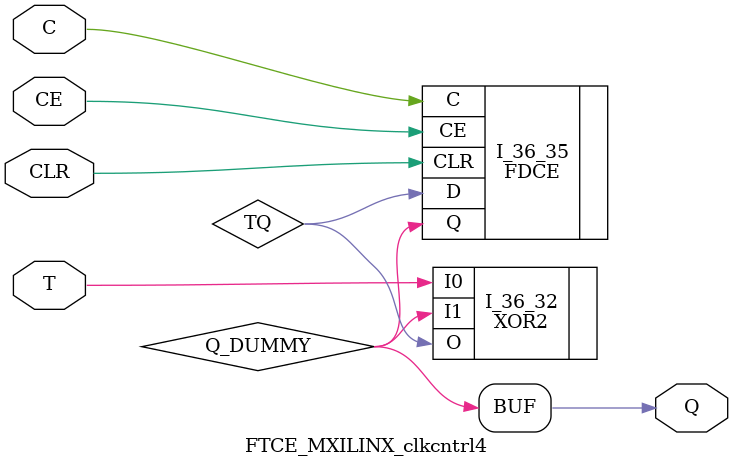
<source format=v>
module clks(
    input clkin,
    input greset,  //btnR
    output clk,
    output digsel,
    //output qsec,
    output fastclk); 
       
       wire clk_int;
       assign fastclk = clk_int;
       clk_wiz_0 my_clk_inst (.clk_out1(clk_int), .reset(greset), .locked(), .clk_in1(clkin)); 
       clkcntrl4 slowclk (.clk_int(clk_int), .seldig(digsel), .clk_out(clk), .qsec());
                                    
       STARTUPE2 #(.PROG_USR("FALSE"), // Activate program event security feature. Requires encrypted bitstreams.
                     .SIM_CCLK_FREQ(0.0)   // Set the Configuration Clock Frequency(ns) for simulation.
                                       )
              STARTUPE2_inst (.CFGCLK(),  // 1-bit output: Configuration main clock output
                              .CFGMCLK(), // 1-bit output: Configuration internal oscillator clock output
                              .EOS(),     // 1-bit output: Active high output signal indicating the End Of Startup.
                              .PREQ(),// 1-bit output: PROGRAM request to fabric output 
                              .CLK(),  // 1-bit input: User start-up clock input
                              .GSR(greset),  // 1-bit input: Global Set/Reset input (GSR cannot be used for the port name)
                              .GTS(),  // 1-bit input: Global 3-state input (GTS cannot be used for the port name)
                              .KEYCLEARB(), // 1-bit input: Clear AES Decrypter Key input from Battery-Backed RAM (BBRAM)
                              .PACK(), // 1-bit input: PROGRAM acknowledge input
                              .USRCCLKO(), // 1-bit input: User CCLK input 
                              .USRCCLKTS(), // 1-bit input: User CCLK 3-state enable input
                              .USRDONEO(), // 1-bit input: User DONE pin output control
                              .USRDONETS() // 1-bit input: User DONE 3-state enable output    
                             );  // End of STARTUPE2_inst instantiation 
                                    
endmodule

module clk_wiz_0

 (// Clock in ports
  // Clock out ports
  output        clk_out1,
  // Status and control signals
  input         reset,
  output        locked,
  input         clk_in1
 );
  // Input buffering
  //------------------------------------
wire clk_in1_clk_wiz_0;
wire clk_in2_clk_wiz_0;
  IBUF clkin1_ibufg
   (.O (clk_in1_clk_wiz_0),
    .I (clk_in1));


  // Clocking PRIMITIVE
  //------------------------------------

  // Instantiation of the MMCM PRIMITIVE
  //    * Unused inputs are tied off
  //    * Unused outputs are labeled unused

  wire        clk_out1_clk_wiz_0;
  wire        clk_out2_clk_wiz_0;
  wire        clk_out3_clk_wiz_0;
  wire        clk_out4_clk_wiz_0;
  wire        clk_out5_clk_wiz_0;
  wire        clk_out6_clk_wiz_0;
  wire        clk_out7_clk_wiz_0;

  wire [15:0] do_unused;
  wire        drdy_unused;
  wire        psdone_unused;
  wire        locked_int;
  wire        clkfbout_clk_wiz_0;
  wire        clkfbout_buf_clk_wiz_0;
  wire        clkfboutb_unused;
    wire clkout0b_unused;
   wire clkout1_unused;
   wire clkout1b_unused;
   wire clkout2_unused;
   wire clkout2b_unused;
   wire clkout3_unused;
   wire clkout3b_unused;
   wire clkout4_unused;
  wire        clkout5_unused;
  wire        clkout6_unused;
  wire        clkfbstopped_unused;
  wire        clkinstopped_unused;
  wire        reset_high;

  MMCME2_ADV
  #(.BANDWIDTH            ("OPTIMIZED"),
    .CLKOUT4_CASCADE      ("FALSE"),
    .COMPENSATION         ("ZHOLD"),
    .STARTUP_WAIT         ("FALSE"),
    .DIVCLK_DIVIDE        (1),
    .CLKFBOUT_MULT_F      (9.125),
    .CLKFBOUT_PHASE       (0.000),
    .CLKFBOUT_USE_FINE_PS ("FALSE"),
    .CLKOUT0_DIVIDE_F     (36.500),
    .CLKOUT0_PHASE        (0.000),
    .CLKOUT0_DUTY_CYCLE   (0.500),
    .CLKOUT0_USE_FINE_PS  ("FALSE"),
    .CLKIN1_PERIOD        (10.0))
  mmcm_adv_inst
    // Output clocks
   (
    .CLKFBOUT            (clkfbout_clk_wiz_0),
    .CLKFBOUTB           (clkfboutb_unused),
    .CLKOUT0             (clk_out1_clk_wiz_0),
    .CLKOUT0B            (clkout0b_unused),
    .CLKOUT1             (clkout1_unused),
    .CLKOUT1B            (clkout1b_unused),
    .CLKOUT2             (clkout2_unused),
    .CLKOUT2B            (clkout2b_unused),
    .CLKOUT3             (clkout3_unused),
    .CLKOUT3B            (clkout3b_unused),
    .CLKOUT4             (clkout4_unused),
    .CLKOUT5             (clkout5_unused),
    .CLKOUT6             (clkout6_unused),
     // Input clock control
    .CLKFBIN             (clkfbout_buf_clk_wiz_0),
    .CLKIN1              (clk_in1_clk_wiz_0),
    .CLKIN2              (1'b0),
     // Tied to always select the primary input clock
    .CLKINSEL            (1'b1),
    // Ports for dynamic reconfiguration
    .DADDR               (7'h0),
    .DCLK                (1'b0),
    .DEN                 (1'b0),
    .DI                  (16'h0),
    .DO                  (do_unused),
    .DRDY                (drdy_unused),
    .DWE                 (1'b0),
    // Ports for dynamic phase shift
    .PSCLK               (1'b0),
    .PSEN                (1'b0),
    .PSINCDEC            (1'b0),
    .PSDONE              (psdone_unused),
    // Other control and status signals
    .LOCKED              (locked_int),
    .CLKINSTOPPED        (clkinstopped_unused),
    .CLKFBSTOPPED        (clkfbstopped_unused),
    .PWRDWN              (1'b0),
    .RST                 (reset_high));
  assign reset_high = reset; 

  assign locked = locked_int;
// Clock Monitor clock assigning
//--------------------------------------
 // Output buffering
  //-----------------------------------

  BUFG clkf_buf
   (.O (clkfbout_buf_clk_wiz_0),
    .I (clkfbout_clk_wiz_0));



  BUFG clkout1_buf
   (.O   (clk_out1),
    .I   (clk_out1_clk_wiz_0));




endmodule

module clkcntrl4(
     input clk_int,
     output seldig,
     output clk_out,
     output qsec);

   wire XLXN_70;
   wire XLXN_71;
   wire XLXN_72;
   wire XLXN_74;
   wire XLXN_75;
   wire XLXN_77;
   wire XLXN_79;
  

   CB4CE_MXILINX_clkcntrl4  XLXI_37 (.C(clk_int), 
                                    .CE(1'b1), 
                                    .CLR(1'b0), 
                                    .CEO(), 
                                    .Q0(), 
                                    .Q1(XLXN_74), 
                                    .Q2(), 
                                    .Q3(), 
                                    .TC());
   
   CB4CE_MXILINX_clkcntrl4  XLXI_38 (.C(clk_out), 
                                    .CE(1'b1), 
                                    .CLR(1'b0), 
                                    .CEO(XLXN_70), 
                                    .Q0(), 
                                    .Q1(), 
                                    .Q2(), 
                                    .Q3(), 
                                    .TC());
   
   CB4CE_MXILINX_clkcntrl4  XLXI_39 (.C(clk_out), 
                                    .CE(XLXN_70), 
                                    .CLR(1'b0), 
                                    .CEO(XLXN_71), 
                                    .Q0(), 
                                    .Q1(), 
                                    .Q2(), 
                                    .Q3(), 
                                    .TC());
   
   CB4CE_MXILINX_clkcntrl4  XLXI_40 (.C(clk_out), 
                                    .CE(XLXN_71), 
                                    .CLR(1'b0), 
                                    .CEO(XLXN_77), 
                                    .Q0(), 
                                    .Q1(), 
                                    .Q2(), 
                                    .Q3(), 
                                    .TC());

   CB4CE_MXILINX_clkcntrl4  XLXI_45 (.C(clk_out), 
                                    .CE(XLXN_77), 
                                    .CLR(1'b0), 
                                    .CEO(XLXN_79), 
                                    .Q0(), 
                                    .Q1(), 
                                    .Q2(), 
                                    .Q3(), 
                                    .TC());
                                                                        
   CB4CE_MXILINX_clkcntrl4  XLXI_44 (.C(clk_out),
                                    .CE(XLXN_79), 
                                    .CLR(1'b0), 
                                    .CEO(XLXN_75), 
                                    .Q0(), 
                                    .Q1(), 
                                    .Q2(), 
                                    .Q3(), 
                                    .TC());
                                    
   BUFG  XLXI_401 (.I(clk_int),.O(clk_out));                                               
`ifdef XILINX_SIMULATOR 
   BUF  XLXI_336 (.I(XLXN_70),.O(seldig));
   //BUF  XLXI_336 (.I(XLXN_79),.O(seldig));  
`else   
   BUF  XLXI_336 (.I(XLXN_79),.O(seldig));   
`endif   
                 
endmodule
module CB4CE_MXILINX_clkcntrl4(C, 
                               CE, 
                               CLR, 
                               CEO, 
                               Q0, 
                               Q1, 
                               Q2, 
                               Q3, 
                               TC);

    input C;
    input CE;
    input CLR;
   output CEO;
   output Q0;
   output Q1;
   output Q2;
   output Q3;
   output TC;
   
   wire T2;
   wire T3;
   wire XLXN_1;
   wire Q0_DUMMY;
   wire Q1_DUMMY;
   wire Q2_DUMMY;
   wire Q3_DUMMY;
   wire TC_DUMMY;
   
   assign Q0 = Q0_DUMMY;
   assign Q1 = Q1_DUMMY;
   assign Q2 = Q2_DUMMY;
   assign Q3 = Q3_DUMMY;
   assign TC = TC_DUMMY;
   (* HU_SET = "I_Q0_69" *) 
   FTCE_MXILINX_clkcntrl4 #( .INIT(1'b0) ) I_Q0 (.C(C), 
                                .CE(CE), 
                                .CLR(CLR), 
                                .T(XLXN_1), 
                                .Q(Q0_DUMMY));
   (* HU_SET = "I_Q1_70" *) 
   FTCE_MXILINX_clkcntrl4 #( .INIT(1'b0) ) I_Q1 (.C(C), 
                                .CE(CE), 
                                .CLR(CLR), 
                                .T(Q0_DUMMY), 
                                .Q(Q1_DUMMY));
   (* HU_SET = "I_Q2_71" *) 
   FTCE_MXILINX_clkcntrl4 #( .INIT(1'b0) ) I_Q2 (.C(C), 
                                .CE(CE), 
                                .CLR(CLR), 
                                .T(T2), 
                                .Q(Q2_DUMMY));
   (* HU_SET = "I_Q3_72" *) 
   FTCE_MXILINX_clkcntrl4 #( .INIT(1'b0) ) I_Q3 (.C(C), 
                                .CE(CE), 
                                .CLR(CLR), 
                                .T(T3), 
                                .Q(Q3_DUMMY));
   AND4  I_36_31 (.I0(Q3_DUMMY), 
                 .I1(Q2_DUMMY), 
                 .I2(Q1_DUMMY), 
                 .I3(Q0_DUMMY), 
                 .O(TC_DUMMY));
   AND3  I_36_32 (.I0(Q2_DUMMY), 
                 .I1(Q1_DUMMY), 
                 .I2(Q0_DUMMY), 
                 .O(T3));
   AND2  I_36_33 (.I0(Q1_DUMMY), 
                 .I1(Q0_DUMMY), 
                 .O(T2));
   VCC  I_36_58 (.P(XLXN_1));
   AND2  I_36_67 (.I0(CE), 
                 .I1(TC_DUMMY), 
                 .O(CEO));
endmodule


module FTCE_MXILINX_clkcntrl4(C, 
                              CE, 
                              CLR, 
                              T, 
                              Q);

   parameter INIT = 1'b0;
   
    input C;
    input CE;
    input CLR;
    input T;
   output Q;
   
   wire TQ;
   wire Q_DUMMY;
   
   assign Q = Q_DUMMY;
   XOR2  I_36_32 (.I0(T), 
                 .I1(Q_DUMMY), 
                 .O(TQ));
   ///(* RLOC = "X0Y0" *) 
   FDCE  I_36_35 (.C(C), 
                 .CE(CE), 
                 .CLR(CLR), 
                 .D(TQ), 
                 .Q(Q_DUMMY));
endmodule
</source>
